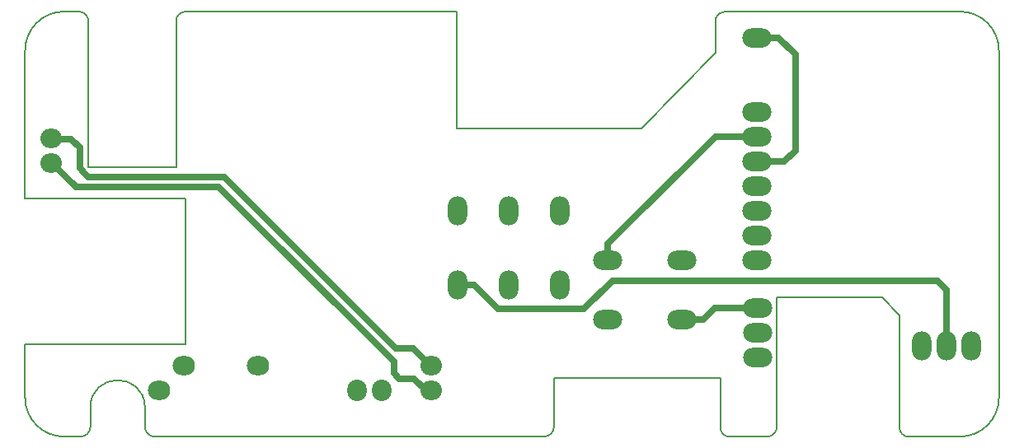
<source format=gbl>
%TF.GenerationSoftware,KiCad,Pcbnew,(5.0.0)*%
%TF.CreationDate,2019-07-13T03:49:13+02:00*%
%TF.ProjectId,Gnu_Vario_E_V1.10,476E755F566172696F5F455F56312E31,V 1.10*%
%TF.SameCoordinates,Original*%
%TF.FileFunction,Copper,L2,Bot,Signal*%
%TF.FilePolarity,Positive*%
%FSLAX46Y46*%
G04 Gerber Fmt 4.6, Leading zero omitted, Abs format (unit mm)*
G04 Created by KiCad (PCBNEW (5.0.0)) date 07/13/19 03:49:13*
%MOMM*%
%LPD*%
G01*
G04 APERTURE LIST*
%ADD10C,0.150000*%
%ADD11O,3.000000X2.000000*%
%ADD12O,2.000000X3.000000*%
%ADD13O,2.200000X2.000000*%
%ADD14O,2.300000X2.000000*%
%ADD15O,2.000000X2.200000*%
%ADD16C,0.700000*%
G04 APERTURE END LIST*
D10*
X162700000Y-95300000D02*
X173500000Y-95300000D01*
X162700000Y-108600000D02*
G75*
G02X161700000Y-109600000I-1000000J0D01*
G01*
X176200000Y-109600000D02*
G75*
G02X175300000Y-108700000I0J900000D01*
G01*
X175300000Y-97100000D02*
X175300000Y-108700000D01*
X173500000Y-95300000D02*
X175300000Y-97100000D01*
X162700000Y-95300000D02*
X162700000Y-108600000D01*
X157800000Y-109600000D02*
G75*
G02X156900000Y-108700000I0J900000D01*
G01*
X85500000Y-69900000D02*
X85500000Y-85100000D01*
X102000000Y-100100000D02*
X85500000Y-100100000D01*
X102000000Y-85100000D02*
X102000000Y-100100000D01*
X101000000Y-85100000D02*
X102000000Y-85100000D01*
X101000000Y-85100000D02*
X85500000Y-85100000D01*
X148800000Y-77900000D02*
X156400000Y-70100000D01*
X129800000Y-77900000D02*
X148800000Y-77900000D01*
X129800000Y-65900000D02*
X129800000Y-77900000D01*
X157800000Y-109600000D02*
X161700000Y-109600000D01*
X175700000Y-65900000D02*
X162400000Y-65900000D01*
X162400000Y-65900000D02*
X157400000Y-65900000D01*
X156402857Y-66600886D02*
G75*
G02X157400000Y-65900000I952331J-295115D01*
G01*
X156400000Y-66600000D02*
X156400000Y-70100000D01*
X98800000Y-109600000D02*
G75*
G02X97800000Y-108600000I0J1000000D01*
G01*
X92198215Y-108600000D02*
G75*
G02X91198215Y-109600000I-1000000J0D01*
G01*
X92198215Y-106600000D02*
G75*
G02X97800000Y-106500000I2801785J0D01*
G01*
X97800000Y-108600000D02*
X97800000Y-106500000D01*
X92200000Y-108600000D02*
X92198215Y-106600000D01*
X139800000Y-108600000D02*
G75*
G02X138800000Y-109600000I-1000000J0D01*
G01*
X101000000Y-66900000D02*
G75*
G02X102000000Y-65900000I1000000J0D01*
G01*
X91000000Y-65900000D02*
G75*
G02X92000000Y-66900000I0J-1000000D01*
G01*
X85500000Y-69900000D02*
G75*
G02X89500000Y-65900000I4000000J0D01*
G01*
X89500000Y-109600000D02*
G75*
G02X85500000Y-105600000I0J4000000D01*
G01*
X185500000Y-105600000D02*
G75*
G02X181500000Y-109600000I-4000000J0D01*
G01*
X181500000Y-65900000D02*
G75*
G02X185500000Y-69900000I0J-4000000D01*
G01*
X156900000Y-103600000D02*
X139800000Y-103600000D01*
X139800000Y-103600000D02*
X139800000Y-108600000D01*
X156900000Y-108700000D02*
X156900000Y-103600000D01*
X138800000Y-109600000D02*
X98800000Y-109600000D01*
X181500000Y-109600000D02*
X176200000Y-109600000D01*
X185500000Y-69900000D02*
X185500000Y-105600000D01*
X175700000Y-65900000D02*
X181500000Y-65900000D01*
X102000000Y-65900000D02*
X129800000Y-65900000D01*
X101000000Y-81900000D02*
X101000000Y-66900000D01*
X92000000Y-81900000D02*
X101000000Y-81900000D01*
X92000000Y-66900000D02*
X92000000Y-81900000D01*
X89500000Y-65900000D02*
X91000000Y-65900000D01*
X85500000Y-105600000D02*
X85500000Y-100100000D01*
X91200000Y-109600000D02*
X89500000Y-109600000D01*
D11*
X152950000Y-91510000D03*
X145330000Y-91510000D03*
D12*
X129870000Y-94040000D03*
X129870000Y-86420000D03*
X135130000Y-94040000D03*
X135130000Y-86420000D03*
X140390000Y-94040000D03*
X140390000Y-86420000D03*
D11*
X152950000Y-97570000D03*
X145330000Y-97570000D03*
X160660000Y-68600000D03*
X160660000Y-76220000D03*
X160660000Y-83840000D03*
X160660000Y-78760000D03*
X160660000Y-81300000D03*
X160660000Y-91460000D03*
X160660000Y-88920000D03*
X160660000Y-86380000D03*
X160700000Y-98960000D03*
X160700000Y-101500000D03*
X160700000Y-96420000D03*
D13*
X88200000Y-81500000D03*
X88200000Y-78960000D03*
X127184546Y-102334532D03*
X127184546Y-104874532D03*
D14*
X99244546Y-104884532D03*
D15*
X122104546Y-104874532D03*
X119564546Y-104874532D03*
D14*
X109404546Y-102334532D03*
X101784546Y-102334532D03*
D12*
X177580000Y-100240000D03*
X180120000Y-100240000D03*
X182660000Y-100240000D03*
D16*
X158500000Y-96420000D02*
X158500000Y-96420000D01*
X155150000Y-97570000D02*
X156300000Y-96420000D01*
X156300000Y-96420000D02*
X158500000Y-96420000D01*
X155150000Y-97570000D02*
X155150000Y-97570000D01*
X152950000Y-97570000D02*
X155150000Y-97570000D01*
X158500000Y-96420000D02*
X160700000Y-96420000D01*
X163460000Y-81340000D02*
X163460000Y-81340000D01*
X163460000Y-81340000D02*
X160500000Y-81340000D01*
X164600000Y-80200000D02*
X163460000Y-81340000D01*
X164600000Y-70340000D02*
X164600000Y-80200000D01*
X162860000Y-68600000D02*
X164600000Y-70340000D01*
X160660000Y-68600000D02*
X162860000Y-68600000D01*
X88360000Y-81580000D02*
X88260000Y-81580000D01*
X90405020Y-83625020D02*
X88360000Y-81580000D01*
X90700010Y-83900010D02*
X90425020Y-83625020D01*
X126704532Y-104874532D02*
X125460000Y-103630000D01*
X127184546Y-104874532D02*
X126704532Y-104874532D01*
X125460000Y-103630000D02*
X123940000Y-103630000D01*
X123940000Y-103630000D02*
X123360000Y-103050000D01*
X90425020Y-83625020D02*
X90405020Y-83625020D01*
X123360000Y-103050000D02*
X123360000Y-101897984D01*
X123360000Y-101897984D02*
X105362026Y-83900010D01*
X90700010Y-83900010D02*
X105362026Y-83900010D01*
X91699692Y-82625010D02*
X91100000Y-82025318D01*
X90240000Y-79040000D02*
X88260000Y-79040000D01*
X91100000Y-82025318D02*
X91100000Y-79900000D01*
X91100000Y-79900000D02*
X90240000Y-79040000D01*
X91699692Y-82625010D02*
X91725010Y-82625010D01*
X92000000Y-82900000D02*
X105950014Y-82900000D01*
X91725010Y-82625010D02*
X92000000Y-82900000D01*
X125300000Y-100549986D02*
X123600000Y-100549986D01*
X127084546Y-102334532D02*
X125300000Y-100549986D01*
X127184546Y-102334532D02*
X127084546Y-102334532D01*
X123600000Y-100549986D02*
X105950014Y-82900000D01*
X131640000Y-94040000D02*
X129870000Y-94040000D01*
X180120000Y-94540000D02*
X179180000Y-93600000D01*
X180120000Y-100240000D02*
X180120000Y-94540000D01*
X145800000Y-93600000D02*
X142900000Y-96500000D01*
X179180000Y-93600000D02*
X145800000Y-93600000D01*
X142900000Y-96500000D02*
X134100000Y-96500000D01*
X134100000Y-96500000D02*
X131640000Y-94040000D01*
X160660000Y-78760000D02*
X156380000Y-78760000D01*
X145330000Y-89810000D02*
X145330000Y-91510000D01*
X156380000Y-78760000D02*
X145330000Y-89810000D01*
M02*

</source>
